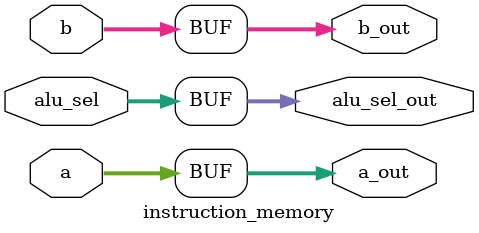
<source format=v>
module instruction_memory (a,b,alu_sel,alu_sel_out,a_out,b_out);
    input wire [7:0] a;       // Operand A (8 bits)
    input wire [7:0] b;       // Operand B (8 bits)
    input wire [2:0] alu_sel;    // ALU Operation select signal
    output wire [2:0] alu_sel_out; // ALU control signal to control unit
    output wire [7:0] a_out;     // Operand A to ALU
    output wire [7:0] b_out ;     // Operand B to ALU


    
    assign alu_sel_out = alu_sel;
    assign a_out = a;
    assign b_out = b;

endmodule

</source>
